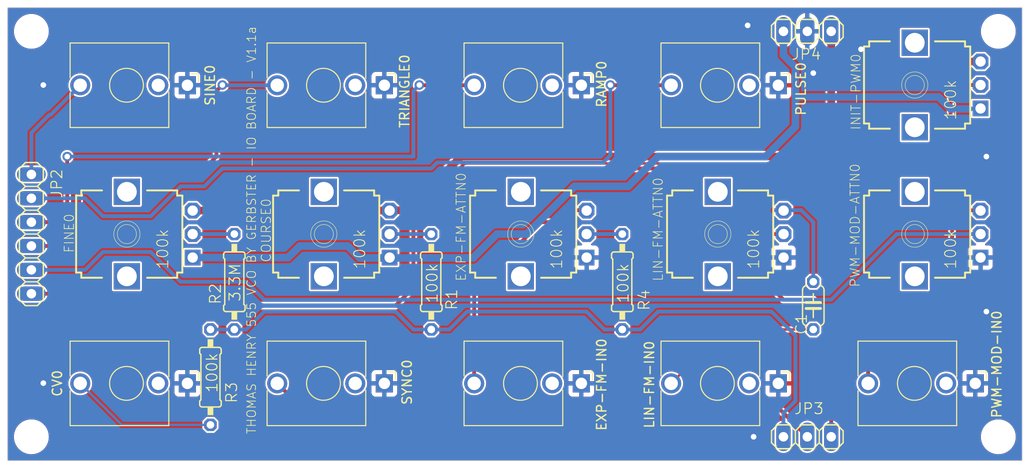
<source format=kicad_pcb>
(kicad_pcb (version 20211014) (generator pcbnew)
  (layers (0 "F.Cu" signal) (31 "B.Cu" signal) (34 "B.Paste" user) (35 "F.Paste" user) (36 "B.SilkS" user "B.Silkscreen") (37 "F.SilkS" user "F.Silkscreen") (38 "B.Mask" user) (39 "F.Mask" user) (44 "Edge.Cuts" user))
  (net 0 "")
  (net 1 "GND")
  (net 2 "EXP-FM")
  (net 3 "EXP-FM-ATTN")
  (net 4 "+12V")
  (net 5 "-12V")
  (net 6 "FINE")
  (net 7 "COARSE")
  (net 8 "TRI-OUT")
  (net 9 "N$6")
  (net 10 "N$8")
  (net 11 "SINE-OUT")
  (net 12 "PULSE-OUT")
  (net 13 "1V/OCT")
  (net 14 "HARD-SYNC")
  (net 15 "RAMP-OUT")
  (net 16 "PULSE-WIDTH")
  (net 17 "N$2")
  (net 18 "PWM-IN")
  (net 19 "MULTI-IN")
  (net 20 "LIN-FM")
  (footprint "mine:Jack_3.5mm_QingPu_WQP-PJ398SM_Eagle" (layer "F.Cu") (at 113.665 120.904 -90)
    (fp_text reference "CV0" (at 0 13.843 90) (layer "F.SilkS"))
    (fp_text value "PJ301BMPJ301BM")
    (pad "GND1" thru_hole rect (at 0 0 90) (size 1.93 1.83) (drill 1.22) (layers *.Cu *.Mask) (net 1 "GND"))
    (pad "SWITCH" thru_hole circle (at 0 3.1 90) (size 2.13 2.13) (drill 1.42) (layers *.Cu *.Mask))
    (pad "TIP" thru_hole circle (at 0 11.4 90) (size 2.13 2.13) (drill 1.43) (layers *.Cu *.Mask) (net 13 "1V/OCT"))
    (zone (net 0) (net_name "") (layer "F.Cu") (connect_pads (clearance 0)) (min_thickness 0.254)
      (keepout (tracks not_allowed) (vias not_allowed) (pads not_allowed) (copperpour not_allowed) (footprints not_allowed))
      (fill (thermal_gap 0.508) (thermal_bridge_width 0.508))
      (polygon (pts (xy 107.185 122.409141) (xy 107.430829 122.38893) (xy 107.670055 122.328841) (xy 107.896256 122.230486) (xy 108.103355 122.096508) (xy 108.28579 121.930504) (xy 108.438664 121.736932) (xy 108.557869 121.520992) (xy 108.640206 121.288482) (xy 108.683461 121.045646) (xy 108.686475 120.799007) (xy 108.649165 120.555187) (xy 108.572534 120.320734) (xy 108.45864 120.101946) (xy 108.310542 119.904697) (xy 108.132216 119.734286) (xy 107.928452 119.595288) (xy 107.704722 119.491436) (xy 107.467035 119.425519) (xy 107.221774 119.399308) (xy 106.975525 119.413507) (xy 106.734901 119.467734) (xy 106.506366 119.560532) (xy 106.296055 119.689411) (xy 106.109618 119.850908) (xy 105.952061 120.040687) (xy 105.827615 120.25365) (xy 105.739623 120.484079) (xy 105.690447 120.725785) (xy 105.681408 120.972278) (xy 105.71275 121.216936) (xy 105.78363 121.453191) (xy 105.892144 121.674697) (xy 106.035379 121.875505) (xy 106.209488 122.050223) (xy 106.409795 122.194158) (xy 106.630921 122.303445) (xy 106.866926 122.375149) (xy 107.111474 122.407344)))
    )
  )
  (footprint "" (layer "F.Cu") (at 199.9361 126.5936)
    (fp_text reference "@HOLE2" hide)
    (fp_text value "" (at 0 0) (layer "F.SilkS") (effects (font (size 1.27 1.27))))
    (pad "" np_thru_hole circle (at 0 0) (size 3.2131 3.2131) (drill 3.2131) (layers *.Cu *.Mask))
  )
  (footprint "" (layer "F.Cu") (at 97.0661 126.5936)
    (fp_text reference "@HOLE1" hide)
    (fp_text value "" (at 0 0) (layer "F.SilkS") (effects (font (size 1.27 1.27))))
    (pad "" np_thru_hole circle (at 0 0) (size 3.2131 3.2131) (drill 3.2131) (layers *.Cu *.Mask))
  )
  (footprint "ioboard:EVUF" (layer "F.Cu") (at 191.0461 89.1286 90)
    (fp_text reference "INIT-PWM0" (at -4.8514 -6.2611 90) (layer "F.SilkS") (effects (font (size 0.988284 0.988284) (thickness 0.078516)) (justify left)))
    (fp_text value "100k" (at -3.81 3.81 90) (layer "F.SilkS") (effects (font (size 1.176528 1.176528) (thickness 0.093472)) (justify left)))
    (pad "1" thru_hole rect (at -2.5 7) (size 1.6764 1.6764) (drill 1.1) (layers *.Cu *.Mask) (net 5 "-12V"))
    (pad "2" thru_hole roundrect (at 0 7) (size 1.6764 1.6764) (drill 1.1) (layers *.Cu *.Mask) (chamfer_ratio 0.25) (chamfer top_left top_right bottom_left bottom_right) (net 16 "PULSE-WIDTH"))
    (pad "3" thru_hole roundrect (at 2.5 7) (size 1.6764 1.6764) (drill 1.1) (layers *.Cu *.Mask) (chamfer_ratio 0.25) (chamfer top_left top_right bottom_left bottom_right) (net 4 "+12V"))
    (pad "M1" thru_hole rect (at 4.5 0) (size 2.8 2.8) (drill 2.1) (layers *.Cu *.Mask))
    (pad "M2" thru_hole rect (at -4.5 0) (size 2.8 2.8) (drill 2.1) (layers *.Cu *.Mask))
  )
  (footprint "ioboard:EVUF" (layer "F.Cu") (at 149.1361 105.0036 90)
    (fp_text reference "EXP-FM-ATTN0" (at -5.08 -6.35 90) (layer "F.SilkS") (effects (font (size 0.988284 0.988284) (thickness 0.078516)) (justify left)))
    (fp_text value "100k" (at -3.81 3.81 90) (layer "F.SilkS") (effects (font (size 1.176528 1.176528) (thickness 0.093472)) (justify left)))
    (pad "1" thru_hole rect (at -2.5 7) (size 1.6764 1.6764) (drill 1.1) (layers *.Cu *.Mask) (net 1 "GND"))
    (pad "2" thru_hole roundrect (at 0 7) (size 1.6764 1.6764) (drill 1.1) (layers *.Cu *.Mask) (chamfer_ratio 0.25) (chamfer top_left top_right bottom_left bottom_right) (net 3 "EXP-FM-ATTN"))
    (pad "3" thru_hole roundrect (at 2.5 7) (size 1.6764 1.6764) (drill 1.1) (layers *.Cu *.Mask) (chamfer_ratio 0.25) (chamfer top_left top_right bottom_left bottom_right) (net 2 "EXP-FM"))
    (pad "M1" thru_hole rect (at 4.5 0) (size 2.8 2.8) (drill 2.1) (layers *.Cu *.Mask))
    (pad "M2" thru_hole rect (at -4.5 0) (size 2.8 2.8) (drill 2.1) (layers *.Cu *.Mask))
  )
  (footprint "mine:Jack_3.5mm_QingPu_WQP-PJ398SM_Eagle" (layer "F.Cu") (at 155.575 89.154 -90)
    (fp_text reference "RAMP0" (at -0.127 -2.159 90) (layer "F.SilkS"))
    (fp_text value "PJ301BMPJ301BM")
    (pad "GND1" thru_hole rect (at 0 0 90) (size 1.93 1.83) (drill 1.22) (layers *.Cu *.Mask) (net 1 "GND"))
    (pad "SWITCH" thru_hole circle (at 0 3.1 90) (size 2.13 2.13) (drill 1.42) (layers *.Cu *.Mask))
    (pad "TIP" thru_hole circle (at 0 11.4 90) (size 2.13 2.13) (drill 1.43) (layers *.Cu *.Mask) (net 15 "RAMP-OUT"))
    (zone (net 0) (net_name "") (layer "F.Cu") (connect_pads (clearance 0)) (min_thickness 0.254)
      (keepout (tracks not_allowed) (vias not_allowed) (pads not_allowed) (copperpour not_allowed) (footprints not_allowed))
      (fill (thermal_gap 0.508) (thermal_bridge_width 0.508))
      (polygon (pts (xy 149.095 90.659141) (xy 149.340829 90.63893) (xy 149.580055 90.578841) (xy 149.806256 90.480486) (xy 150.013355 90.346508) (xy 150.19579 90.180504) (xy 150.348664 89.986932) (xy 150.467869 89.770992) (xy 150.550206 89.538482) (xy 150.593461 89.295646) (xy 150.596475 89.049007) (xy 150.559165 88.805187) (xy 150.482534 88.570734) (xy 150.36864 88.351946) (xy 150.220542 88.154697) (xy 150.042216 87.984286) (xy 149.838452 87.845288) (xy 149.614722 87.741436) (xy 149.377035 87.675519) (xy 149.131774 87.649308) (xy 148.885525 87.663507) (xy 148.644901 87.717734) (xy 148.416366 87.810532) (xy 148.206055 87.939411) (xy 148.019618 88.100908) (xy 147.862061 88.290687) (xy 147.737615 88.50365) (xy 147.649623 88.734079) (xy 147.600447 88.975785) (xy 147.591408 89.222278) (xy 147.62275 89.466936) (xy 147.69363 89.703191) (xy 147.802144 89.924697) (xy 147.945379 90.125505) (xy 148.119488 90.300223) (xy 148.319795 90.444158) (xy 148.540921 90.553445) (xy 148.776926 90.625149) (xy 149.021474 90.657344)))
    )
  )
  (footprint "ioboard:1X06" (layer "F.Cu") (at 97.0661 105.0036 -90)
    (fp_text reference "JP2" (at -7.0104 -2.7051 90) (layer "F.SilkS") (effects (font (size 1.1557 1.1557) (thickness 0.1143)) (justify right)))
    (fp_text value "")
    (pad "1" thru_hole oval (at -6.35 0) (size 3.048 1.524) (drill 1.016) (layers *.Cu *.Mask) (net 11 "SINE-OUT"))
    (pad "2" thru_hole oval (at -3.81 0) (size 3.048 1.524) (drill 1.016) (layers *.Cu *.Mask) (net 12 "PULSE-OUT"))
    (pad "3" thru_hole oval (at -1.27 0) (size 3.048 1.524) (drill 1.016) (layers *.Cu *.Mask) (net 15 "RAMP-OUT"))
    (pad "4" thru_hole oval (at 1.27 0) (size 3.048 1.524) (drill 1.016) (layers *.Cu *.Mask) (net 8 "TRI-OUT"))
    (pad "5" thru_hole oval (at 3.81 0) (size 3.048 1.524) (drill 1.016) (layers *.Cu *.Mask) (net 18 "PWM-IN"))
    (pad "6" thru_hole oval (at 6.35 0) (size 3.048 1.524) (drill 1.016) (layers *.Cu *.Mask) (net 16 "PULSE-WIDTH"))
  )
  (footprint "mine:Jack_3.5mm_QingPu_WQP-PJ398SM_Eagle" (layer "F.Cu") (at 197.485 120.904 -90)
    (fp_text reference "PWM-MOD-IN0" (at -2.032 -2.286 90) (layer "F.SilkS"))
    (fp_text value "PJ301BMPJ301BM")
    (pad "GND1" thru_hole rect (at 0 0 90) (size 1.93 1.83) (drill 1.22) (layers *.Cu *.Mask) (net 1 "GND"))
    (pad "SWITCH" thru_hole circle (at 0 3.1 90) (size 2.13 2.13) (drill 1.42) (layers *.Cu *.Mask))
    (pad "TIP" thru_hole circle (at 0 11.4 90) (size 2.13 2.13) (drill 1.43) (layers *.Cu *.Mask) (net 17 "N$2"))
    (zone (net 0) (net_name "") (layer "F.Cu") (connect_pads (clearance 0)) (min_thickness 0.254)
      (keepout (tracks not_allowed) (vias not_allowed) (pads not_allowed) (copperpour not_allowed) (footprints not_allowed))
      (fill (thermal_gap 0.508) (thermal_bridge_width 0.508))
      (polygon (pts (xy 191.005 122.409141) (xy 191.250829 122.38893) (xy 191.490055 122.328841) (xy 191.716256 122.230486) (xy 191.923355 122.096508) (xy 192.10579 121.930504) (xy 192.258664 121.736932) (xy 192.377869 121.520992) (xy 192.460206 121.288482) (xy 192.503461 121.045646) (xy 192.506475 120.799007) (xy 192.469165 120.555187) (xy 192.392534 120.320734) (xy 192.27864 120.101946) (xy 192.130542 119.904697) (xy 191.952216 119.734286) (xy 191.748452 119.595288) (xy 191.524722 119.491436) (xy 191.287035 119.425519) (xy 191.041774 119.399308) (xy 190.795525 119.413507) (xy 190.554901 119.467734) (xy 190.326366 119.560532) (xy 190.116055 119.689411) (xy 189.929618 119.850908) (xy 189.772061 120.040687) (xy 189.647615 120.25365) (xy 189.559623 120.484079) (xy 189.510447 120.725785) (xy 189.501408 120.972278) (xy 189.53275 121.216936) (xy 189.60363 121.453191) (xy 189.712144 121.674697) (xy 189.855379 121.875505) (xy 190.029488 122.050223) (xy 190.229795 122.194158) (xy 190.450921 122.303445) (xy 190.686926 122.375149) (xy 190.931474 122.407344)))
    )
  )
  (footprint "ioboard:0207_10" (layer "F.Cu") (at 139.6111 110.0836 -90)
    (fp_text reference "R1" (at 3.0988 -2.1717 90) (layer "F.SilkS") (effects (font (size 1.1557 1.1557) (thickness 0.1143)) (justify left)))
    (fp_text value "100k" (at -2.032 -0.0889 90) (layer "F.SilkS") (effects (font (size 1.1557 1.1557) (thickness 0.1143)) (justify right)))
    (pad "1" thru_hole roundrect (at -5.08 0 270) (size 1.3208 1.3208) (drill 0.8128) (layers *.Cu *.Mask) (chamfer_ratio 0.25) (chamfer top_left top_right bottom_left bottom_right) (net 7 "COARSE"))
    (pad "2" thru_hole roundrect (at 5.08 0 270) (size 1.3208 1.3208) (drill 0.8128) (layers *.Cu *.Mask) (chamfer_ratio 0.25) (chamfer top_left top_right bottom_left bottom_right) (net 19 "MULTI-IN"))
  )
  (footprint "ioboard:C050-024X044" (layer "F.Cu") (at 180.2511 112.6236 90)
    (fp_text reference "C1" (at -3.175 -1.27 90) (layer "F.SilkS") (effects (font (size 1.1557 1.1557) (thickness 0.1143)) (justify left)))
    (fp_text value ".22uf")
    (pad "1" thru_hole roundrect (at -2.54 0 90) (size 1.3208 1.3208) (drill 0.8128) (layers *.Cu *.Mask) (chamfer_ratio 0.25) (chamfer top_left top_right bottom_left bottom_right) (net 10 "N$8"))
    (pad "2" thru_hole roundrect (at 2.54 0 90) (size 1.3208 1.3208) (drill 0.8128) (layers *.Cu *.Mask) (chamfer_ratio 0.25) (chamfer top_left top_right bottom_left bottom_right) (net 9 "N$6"))
  )
  (footprint "" (layer "F.Cu") (at 97.0661 83.4136)
    (fp_text reference "@HOLE0" hide)
    (fp_text value "" (at 0 0) (layer "F.SilkS") (effects (font (size 1.27 1.27))))
    (pad "" np_thru_hole circle (at 0 0) (size 3.2131 3.2131) (drill 3.2131) (layers *.Cu *.Mask))
  )
  (footprint "ioboard:0207_10" (layer "F.Cu") (at 118.6561 110.0836 -90)
    (fp_text reference "R2" (at 2.4892 2.0193 90) (layer "F.SilkS") (effects (font (size 1.1557 1.1557) (thickness 0.1143)) (justify left)))
    (fp_text value "3.3M" (at -2.032 -0.0635 90) (layer "F.SilkS") (effects (font (size 1.1557 1.1557) (thickness 0.1143)) (justify right)))
    (pad "1" thru_hole roundrect (at -5.08 0 270) (size 1.3208 1.3208) (drill 0.8128) (layers *.Cu *.Mask) (chamfer_ratio 0.25) (chamfer top_left top_right bottom_left bottom_right) (net 6 "FINE"))
    (pad "2" thru_hole roundrect (at 5.08 0 270) (size 1.3208 1.3208) (drill 0.8128) (layers *.Cu *.Mask) (chamfer_ratio 0.25) (chamfer top_left top_right bottom_left bottom_right) (net 19 "MULTI-IN"))
  )
  (footprint "mine:Jack_3.5mm_QingPu_WQP-PJ398SM_Eagle" (layer "F.Cu") (at 176.53 120.904 -90)
    (fp_text reference "LIN-FM-IN0" (at 0.127 13.716 90) (layer "F.SilkS"))
    (fp_text value "PJ301BMPJ301BM")
    (pad "GND1" thru_hole rect (at 0 0 90) (size 1.93 1.83) (drill 1.22) (layers *.Cu *.Mask) (net 1 "GND"))
    (pad "SWITCH" thru_hole circle (at 0 3.1 90) (size 2.13 2.13) (drill 1.42) (layers *.Cu *.Mask))
    (pad "TIP" thru_hole circle (at 0 11.4 90) (size 2.13 2.13) (drill 1.43) (layers *.Cu *.Mask) (net 10 "N$8"))
    (zone (net 0) (net_name "") (layer "F.Cu") (connect_pads (clearance 0)) (min_thickness 0.254)
      (keepout (tracks not_allowed) (vias not_allowed) (pads not_allowed) (copperpour not_allowed) (footprints not_allowed))
      (fill (thermal_gap 0.508) (thermal_bridge_width 0.508))
      (polygon (pts (xy 170.05 122.409141) (xy 170.295829 122.38893) (xy 170.535055 122.328841) (xy 170.761256 122.230486) (xy 170.968355 122.096508) (xy 171.15079 121.930504) (xy 171.303664 121.736932) (xy 171.422869 121.520992) (xy 171.505206 121.288482) (xy 171.548461 121.045646) (xy 171.551475 120.799007) (xy 171.514165 120.555187) (xy 171.437534 120.320734) (xy 171.32364 120.101946) (xy 171.175542 119.904697) (xy 170.997216 119.734286) (xy 170.793452 119.595288) (xy 170.569722 119.491436) (xy 170.332035 119.425519) (xy 170.086774 119.399308) (xy 169.840525 119.413507) (xy 169.599901 119.467734) (xy 169.371366 119.560532) (xy 169.161055 119.689411) (xy 168.974618 119.850908) (xy 168.817061 120.040687) (xy 168.692615 120.25365) (xy 168.604623 120.484079) (xy 168.555447 120.725785) (xy 168.546408 120.972278) (xy 168.57775 121.216936) (xy 168.64863 121.453191) (xy 168.757144 121.674697) (xy 168.900379 121.875505) (xy 169.074488 122.050223) (xy 169.274795 122.194158) (xy 169.495921 122.303445) (xy 169.731926 122.375149) (xy 169.976474 122.407344)))
    )
  )
  (footprint "mine:Jack_3.5mm_QingPu_WQP-PJ398SM_Eagle" (layer "F.Cu") (at 134.62 120.904 -90)
    (fp_text reference "SYNC0" (at -0.127 -2.413 90) (layer "F.SilkS"))
    (fp_text value "PJ301BMPJ301BM")
    (pad "GND1" thru_hole rect (at 0 0 90) (size 1.93 1.83) (drill 1.22) (layers *.Cu *.Mask) (net 1 "GND"))
    (pad "SWITCH" thru_hole circle (at 0 3.1 90) (size 2.13 2.13) (drill 1.42) (layers *.Cu *.Mask))
    (pad "TIP" thru_hole circle (at 0 11.4 90) (size 2.13 2.13) (drill 1.43) (layers *.Cu *.Mask) (net 14 "HARD-SYNC"))
    (zone (net 0) (net_name "") (layer "F.Cu") (connect_pads (clearance 0)) (min_thickness 0.254)
      (keepout (tracks not_allowed) (vias not_allowed) (pads not_allowed) (copperpour not_allowed) (footprints not_allowed))
      (fill (thermal_gap 0.508) (thermal_bridge_width 0.508))
      (polygon (pts (xy 128.14 122.409141) (xy 128.385829 122.38893) (xy 128.625055 122.328841) (xy 128.851256 122.230486) (xy 129.058355 122.096508) (xy 129.24079 121.930504) (xy 129.393664 121.736932) (xy 129.512869 121.520992) (xy 129.595206 121.288482) (xy 129.638461 121.045646) (xy 129.641475 120.799007) (xy 129.604165 120.555187) (xy 129.527534 120.320734) (xy 129.41364 120.101946) (xy 129.265542 119.904697) (xy 129.087216 119.734286) (xy 128.883452 119.595288) (xy 128.659722 119.491436) (xy 128.422035 119.425519) (xy 128.176774 119.399308) (xy 127.930525 119.413507) (xy 127.689901 119.467734) (xy 127.461366 119.560532) (xy 127.251055 119.689411) (xy 127.064618 119.850908) (xy 126.907061 120.040687) (xy 126.782615 120.25365) (xy 126.694623 120.484079) (xy 126.645447 120.725785) (xy 126.636408 120.972278) (xy 126.66775 121.216936) (xy 126.73863 121.453191) (xy 126.847144 121.674697) (xy 126.990379 121.875505) (xy 127.164488 122.050223) (xy 127.364795 122.194158) (xy 127.585921 122.303445) (xy 127.821926 122.375149) (xy 128.066474 122.407344)))
    )
  )
  (footprint "ioboard:0207_10" (layer "F.Cu") (at 159.9311 110.0836 -90)
    (fp_text reference "R4" (at 3.1496 -2.3241 90) (layer "F.SilkS") (effects (font (size 1.1557 1.1557) (thickness 0.1143)) (justify left)))
    (fp_text value "100k" (at -2.032 -0.0889 90) (layer "F.SilkS") (effects (font (size 1.1557 1.1557) (thickness 0.1143)) (justify right)))
    (pad "1" thru_hole roundrect (at -5.08 0 270) (size 1.3208 1.3208) (drill 0.8128) (layers *.Cu *.Mask) (chamfer_ratio 0.25) (chamfer top_left top_right bottom_left bottom_right) (net 3 "EXP-FM-ATTN"))
    (pad "2" thru_hole roundrect (at 5.08 0 270) (size 1.3208 1.3208) (drill 0.8128) (layers *.Cu *.Mask) (chamfer_ratio 0.25) (chamfer top_left top_right bottom_left bottom_right) (net 19 "MULTI-IN"))
  )
  (footprint "ioboard:1X03" (layer "F.Cu") (at 179.6161 83.4136 180)
    (fp_text reference "JP4" (at -1.5367 -2.4384) (layer "F.SilkS") (effects (font (size 1.1557 1.1557) (thickness 0.1143)) (justify right)))
    (fp_text value "")
    (pad "1" thru_hole oval (at -2.54 0 270) (size 3.048 1.524) (drill 1.016) (layers *.Cu *.Mask) (net 4 "+12V"))
    (pad "2" thru_hole oval (at 0 0 270) (size 3.048 1.524) (drill 1.016) (layers *.Cu *.Mask) (net 1 "GND"))
    (pad "3" thru_hole oval (at 2.54 0 270) (size 3.048 1.524) (drill 1.016) (layers *.Cu *.Mask) (net 5 "-12V"))
  )
  (footprint "ioboard:EVUF" (layer "F.Cu") (at 107.2261 105.0036 90)
    (fp_text reference "FINE0" (at -2.0574 -6.1341 90) (layer "F.SilkS") (effects (font (size 0.988284 0.988284) (thickness 0.078516)) (justify left)))
    (fp_text value "100k" (at -3.81 3.81 90) (layer "F.SilkS") (effects (font (size 1.176528 1.176528) (thickness 0.093472)) (justify left)))
    (pad "1" thru_hole rect (at -2.5 7) (size 1.6764 1.6764) (drill 1.1) (layers *.Cu *.Mask) (net 5 "-12V"))
    (pad "2" thru_hole roundrect (at 0 7) (size 1.6764 1.6764) (drill 1.1) (layers *.Cu *.Mask) (chamfer_ratio 0.25) (chamfer top_left top_right bottom_left bottom_right) (net 6 "FINE"))
    (pad "3" thru_hole roundrect (at 2.5 7) (size 1.6764 1.6764) (drill 1.1) (layers *.Cu *.Mask) (chamfer_ratio 0.25) (chamfer top_left top_right bottom_left bottom_right) (net 4 "+12V"))
    (pad "M1" thru_hole rect (at 4.5 0) (size 2.8 2.8) (drill 2.1) (layers *.Cu *.Mask))
    (pad "M2" thru_hole rect (at -4.5 0) (size 2.8 2.8) (drill 2.1) (layers *.Cu *.Mask))
  )
  (footprint "ioboard:0207_10" (layer "F.Cu") (at 116.1161 120.2436 90)
    (fp_text reference "R3" (at -2.8448 2.2479 90) (layer "F.SilkS") (effects (font (size 1.1557 1.1557) (thickness 0.1143)) (justify left)))
    (fp_text value "100k" (at -1.7272 0.1651 90) (layer "F.SilkS") (effects (font (size 1.1557 1.1557) (thickness 0.1143)) (justify left)))
    (pad "1" thru_hole roundrect (at -5.08 0 90) (size 1.3208 1.3208) (drill 0.8128) (layers *.Cu *.Mask) (chamfer_ratio 0.25) (chamfer top_left top_right bottom_left bottom_right) (net 13 "1V/OCT"))
    (pad "2" thru_hole roundrect (at 5.08 0 90) (size 1.3208 1.3208) (drill 0.8128) (layers *.Cu *.Mask) (chamfer_ratio 0.25) (chamfer top_left top_right bottom_left bottom_right) (net 19 "MULTI-IN"))
  )
  (footprint "ioboard:1X03" (layer "F.Cu") (at 179.6161 126.5936)
    (fp_text reference "JP3" (at -1.4605 -2.9972) (layer "F.SilkS") (effects (font (size 1.1557 1.1557) (thickness 0.1143)) (justify left)))
    (fp_text value "")
    (pad "1" thru_hole oval (at -2.54 0 90) (size 3.048 1.524) (drill 1.016) (layers *.Cu *.Mask) (net 19 "MULTI-IN"))
    (pad "2" thru_hole oval (at 0 0 90) (size 3.048 1.524) (drill 1.016) (layers *.Cu *.Mask) (net 14 "HARD-SYNC"))
    (pad "3" thru_hole oval (at 2.54 0 90) (size 3.048 1.524) (drill 1.016) (layers *.Cu *.Mask) (net 20 "LIN-FM"))
  )
  (footprint "mine:Jack_3.5mm_QingPu_WQP-PJ398SM_Eagle" (layer "F.Cu") (at 113.665 89.154 -90)
    (fp_text reference "SINE0" (at 0 -2.413 90) (layer "F.SilkS"))
    (fp_text value "PJ301BMPJ301BM")
    (pad "GND1" thru_hole rect (at 0 0 90) (size 1.93 1.83) (drill 1.22) (layers *.Cu *.Mask) (net 1 "GND"))
    (pad "SWITCH" thru_hole circle (at 0 3.1 90) (size 2.13 2.13) (drill 1.42) (layers *.Cu *.Mask))
    (pad "TIP" thru_hole circle (at 0 11.4 90) (size 2.13 2.13) (drill 1.43) (layers *.Cu *.Mask) (net 11 "SINE-OUT"))
    (zone (net 0) (net_name "") (layer "F.Cu") (connect_pads (clearance 0)) (min_thickness 0.254)
      (keepout (tracks not_allowed) (vias not_allowed) (pads not_allowed) (copperpour not_allowed) (footprints not_allowed))
      (fill (thermal_gap 0.508) (thermal_bridge_width 0.508))
      (polygon (pts (xy 107.185 90.659141) (xy 107.430829 90.63893) (xy 107.670055 90.578841) (xy 107.896256 90.480486) (xy 108.103355 90.346508) (xy 108.28579 90.180504) (xy 108.438664 89.986932) (xy 108.557869 89.770992) (xy 108.640206 89.538482) (xy 108.683461 89.295646) (xy 108.686475 89.049007) (xy 108.649165 88.805187) (xy 108.572534 88.570734) (xy 108.45864 88.351946) (xy 108.310542 88.154697) (xy 108.132216 87.984286) (xy 107.928452 87.845288) (xy 107.704722 87.741436) (xy 107.467035 87.675519) (xy 107.221774 87.649308) (xy 106.975525 87.663507) (xy 106.734901 87.717734) (xy 106.506366 87.810532) (xy 106.296055 87.939411) (xy 106.109618 88.100908) (xy 105.952061 88.290687) (xy 105.827615 88.50365) (xy 105.739623 88.734079) (xy 105.690447 88.975785) (xy 105.681408 89.222278) (xy 105.71275 89.466936) (xy 105.78363 89.703191) (xy 105.892144 89.924697) (xy 106.035379 90.125505) (xy 106.209488 90.300223) (xy 106.409795 90.444158) (xy 106.630921 90.553445) (xy 106.866926 90.625149) (xy 107.111474 90.657344)))
    )
  )
  (footprint "mine:Jack_3.5mm_QingPu_WQP-PJ398SM_Eagle" (layer "F.Cu") (at 176.53 89.154 -90)
    (fp_text reference "PULSE0" (at 0.381 -2.413 90) (layer "F.SilkS"))
    (fp_text value "PJ301BMPJ301BM")
    (pad "GND1" thru_hole rect (at 0 0 90) (size 1.93 1.83) (drill 1.22) (layers *.Cu *.Mask) (net 1 "GND"))
    (pad "SWITCH" thru_hole circle (at 0 3.1 90) (size 2.13 2.13) (drill 1.42) (layers *.Cu *.Mask))
    (pad "TIP" thru_hole circle (at 0 11.4 90) (size 2.13 2.13) (drill 1.43) (layers *.Cu *.Mask) (net 12 "PULSE-OUT"))
    (zone (net 0) (net_name "") (layer "F.Cu") (connect_pads (clearance 0)) (min_thickness 0.254)
      (keepout (tracks not_allowed) (vias not_allowed) (pads not_allowed) (copperpour not_allowed) (footprints not_allowed))
      (fill (thermal_gap 0.508) (thermal_bridge_width 0.508))
      (polygon (pts (xy 170.05 90.659141) (xy 170.295829 90.63893) (xy 170.535055 90.578841) (xy 170.761256 90.480486) (xy 170.968355 90.346508) (xy 171.15079 90.180504) (xy 171.303664 89.986932) (xy 171.422869 89.770992) (xy 171.505206 89.538482) (xy 171.548461 89.295646) (xy 171.551475 89.049007) (xy 171.514165 88.805187) (xy 171.437534 88.570734) (xy 171.32364 88.351946) (xy 171.175542 88.154697) (xy 170.997216 87.984286) (xy 170.793452 87.845288) (xy 170.569722 87.741436) (xy 170.332035 87.675519) (xy 170.086774 87.649308) (xy 169.840525 87.663507) (xy 169.599901 87.717734) (xy 169.371366 87.810532) (xy 169.161055 87.939411) (xy 168.974618 88.100908) (xy 168.817061 88.290687) (xy 168.692615 88.50365) (xy 168.604623 88.734079) (xy 168.555447 88.975785) (xy 168.546408 89.222278) (xy 168.57775 89.466936) (xy 168.64863 89.703191) (xy 168.757144 89.924697) (xy 168.900379 90.125505) (xy 169.074488 90.300223) (xy 169.274795 90.444158) (xy 169.495921 90.553445) (xy 169.731926 90.625149) (xy 169.976474 90.657344)))
    )
  )
  (footprint "mine:Jack_3.5mm_QingPu_WQP-PJ398SM_Eagle" (layer "F.Cu") (at 134.62 89.154 -90)
    (fp_text reference "TRIANGLE0" (at 0.635 -2.159 90) (layer "F.SilkS"))
    (fp_text value "PJ301BMPJ301BM")
    (pad "GND1" thru_hole rect (at 0 0 90) (size 1.93 1.83) (drill 1.22) (layers *.Cu *.Mask) (net 1 "GND"))
    (pad "SWITCH" thru_hole circle (at 0 3.1 90) (size 2.13 2.13) (drill 1.42) (layers *.Cu *.Mask))
    (pad "TIP" thru_hole circle (at 0 11.4 90) (size 2.13 2.13) (drill 1.43) (layers *.Cu *.Mask) (net 8 "TRI-OUT"))
    (zone (net 0) (net_name "") (layer "F.Cu") (connect_pads (clearance 0)) (min_thickness 0.254)
      (keepout (tracks not_allowed) (vias not_allowed) (pads not_allowed) (copperpour not_allowed) (footprints not_allowed))
      (fill (thermal_gap 0.508) (thermal_bridge_width 0.508))
      (polygon (pts (xy 128.14 90.659141) (xy 128.385829 90.63893) (xy 128.625055 90.578841) (xy 128.851256 90.480486) (xy 129.058355 90.346508) (xy 129.24079 90.180504) (xy 129.393664 89.986932) (xy 129.512869 89.770992) (xy 129.595206 89.538482) (xy 129.638461 89.295646) (xy 129.641475 89.049007) (xy 129.604165 88.805187) (xy 129.527534 88.570734) (xy 129.41364 88.351946) (xy 129.265542 88.154697) (xy 129.087216 87.984286) (xy 128.883452 87.845288) (xy 128.659722 87.741436) (xy 128.422035 87.675519) (xy 128.176774 87.649308) (xy 127.930525 87.663507) (xy 127.689901 87.717734) (xy 127.461366 87.810532) (xy 127.251055 87.939411) (xy 127.064618 88.100908) (xy 126.907061 88.290687) (xy 126.782615 88.50365) (xy 126.694623 88.734079) (xy 126.645447 88.975785) (xy 126.636408 89.222278) (xy 126.66775 89.466936) (xy 126.73863 89.703191) (xy 126.847144 89.924697) (xy 126.990379 90.125505) (xy 127.164488 90.300223) (xy 127.364795 90.444158) (xy 127.585921 90.553445) (xy 127.821926 90.625149) (xy 128.066474 90.657344)))
    )
  )
  (footprint "ioboard:EVUF" (layer "F.Cu") (at 191.0461 105.0036 90)
    (fp_text reference "PWM-MOD-ATTN0" (at -5.715 -6.35 90) (layer "F.SilkS") (effects (font (size 0.988284 0.988284) (thickness 0.078516)) (justify left)))
    (fp_text value "100k" (at -3.81 3.81 90) (layer "F.SilkS") (effects (font (size 1.176528 1.176528) (thickness 0.093472)) (justify left)))
    (pad "1" thru_hole rect (at -2.5 7) (size 1.6764 1.6764) (drill 1.1) (layers *.Cu *.Mask) (net 1 "GND"))
    (pad "2" thru_hole roundrect (at 0 7) (size 1.6764 1.6764) (drill 1.1) (layers *.Cu *.Mask) (chamfer_ratio 0.25) (chamfer top_left top_right bottom_left bottom_right) (net 18 "PWM-IN"))
    (pad "3" thru_hole roundrect (at 2.5 7) (size 1.6764 1.6764) (drill 1.1) (layers *.Cu *.Mask) (chamfer_ratio 0.25) (chamfer top_left top_right bottom_left bottom_right) (net 17 "N$2"))
    (pad "M1" thru_hole rect (at 4.5 0) (size 2.8 2.8) (drill 2.1) (layers *.Cu *.Mask))
    (pad "M2" thru_hole rect (at -4.5 0) (size 2.8 2.8) (drill 2.1) (layers *.Cu *.Mask))
  )
  (footprint "ioboard:EVUF" (layer "F.Cu") (at 170.0911 105.0036 90)
    (fp_text reference "LIN-FM-ATTN0" (at -5.08 -6.35 90) (layer "F.SilkS") (effects (font (size 0.988284 0.988284) (thickness 0.078516)) (justify left)))
    (fp_text value "100k" (at -3.81 3.81 90) (layer "F.SilkS") (effects (font (size 1.176528 1.176528) (thickness 0.093472)) (justify left)))
    (pad "1" thru_hole rect (at -2.5 7) (size 1.6764 1.6764) (drill 1.1) (layers *.Cu *.Mask) (net 1 "GND"))
    (pad "2" thru_hole roundrect (at 0 7) (size 1.6764 1.6764) (drill 1.1) (layers *.Cu *.Mask) (chamfer_ratio 0.25) (chamfer top_left top_right bottom_left bottom_right) (net 20 "LIN-FM"))
    (pad "3" thru_hole roundrect (at 2.5 7) (size 1.6764 1.6764) (drill 1.1) (layers *.Cu *.Mask) (chamfer_ratio 0.25) (chamfer top_left top_right bottom_left bottom_right) (net 9 "N$6"))
    (pad "M1" thru_hole rect (at 4.5 0) (size 2.8 2.8) (drill 2.1) (layers *.Cu *.Mask))
    (pad "M2" thru_hole rect (at -4.5 0) (size 2.8 2.8) (drill 2.1) (layers *.Cu *.Mask))
  )
  (footprint "mine:Jack_3.5mm_QingPu_WQP-PJ398SM_Eagle" (layer "F.Cu") (at 155.575 120.904 -90)
    (fp_text reference "EXP-FM-IN0" (at 0.127 -2.159 90) (layer "F.SilkS"))
    (fp_text value "PJ301BMPJ301BM")
    (pad "GND1" thru_hole rect (at 0 0 90) (size 1.93 1.83) (drill 1.22) (layers *.Cu *.Mask) (net 1 "GND"))
    (pad "SWITCH" thru_hole circle (at 0 3.1 90) (size 2.13 2.13) (drill 1.42) (layers *.Cu *.Mask))
    (pad "TIP" thru_hole circle (at 0 11.4 90) (size 2.13 2.13) (drill 1.43) (layers *.Cu *.Mask) (net 2 "EXP-FM"))
    (zone (net 0) (net_name "") (layer "F.Cu") (connect_pads (clearance 0)) (min_thickness 0.254)
      (keepout (tracks not_allowed) (vias not_allowed) (pads not_allowed) (copperpour not_allowed) (footprints not_allowed))
      (fill (thermal_gap 0.508) (thermal_bridge_width 0.508))
      (polygon (pts (xy 149.095 122.409141) (xy 149.340829 122.38893) (xy 149.580055 122.328841) (xy 149.806256 122.230486) (xy 150.013355 122.096508) (xy 150.19579 121.930504) (xy 150.348664 121.736932) (xy 150.467869 121.520992) (xy 150.550206 121.288482) (xy 150.593461 121.045646) (xy 150.596475 120.799007) (xy 150.559165 120.555187) (xy 150.482534 120.320734) (xy 150.36864 120.101946) (xy 150.220542 119.904697) (xy 150.042216 119.734286) (xy 149.838452 119.595288) (xy 149.614722 119.491436) (xy 149.377035 119.425519) (xy 149.131774 119.399308) (xy 148.885525 119.413507) (xy 148.644901 119.467734) (xy 148.416366 119.560532) (xy 148.206055 119.689411) (xy 148.019618 119.850908) (xy 147.862061 120.040687) (xy 147.737615 120.25365) (xy 147.649623 120.484079) (xy 147.600447 120.725785) (xy 147.591408 120.972278) (xy 147.62275 121.216936) (xy 147.69363 121.453191) (xy 147.802144 121.674697) (xy 147.945379 121.875505) (xy 148.119488 122.050223) (xy 148.319795 122.194158) (xy 148.540921 122.303445) (xy 148.776926 122.375149) (xy 149.021474 122.407344)))
    )
  )
  (footprint "ioboard:EVUF" (layer "F.Cu") (at 128.1811 105.0036 90)
    (fp_text reference "COURSE0" (at -3.0734 -6.1341 90) (layer "F.SilkS") (effects (font (size 0.988284 0.988284) (thickness 0.078516)) (justify left)))
    (fp_text value "100k" (at -3.81 3.81 90) (layer "F.SilkS") (effects (font (size 1.176528 1.176528) (thickness 0.093472)) (justify left)))
    (pad "1" thru_hole rect (at -2.5 7) (size 1.6764 1.6764) (drill 1.1) (layers *.Cu *.Mask) (net 5 "-12V"))
    (pad "2" thru_hole roundrect (at 0 7) (size 1.6764 1.6764) (drill 1.1) (layers *.Cu *.Mask) (chamfer_ratio 0.25) (chamfer top_left top_right bottom_left bottom_right) (net 7 "COARSE"))
    (pad "3" thru_hole roundrect (at 2.5 7) (size 1.6764 1.6764) (drill 1.1) (layers *.Cu *.Mask) (chamfer_ratio 0.25) (chamfer top_left top_right bottom_left bottom_right) (net 4 "+12V"))
    (pad "M1" thru_hole rect (at 4.5 0) (size 2.8 2.8) (drill 2.1) (layers *.Cu *.Mask))
    (pad "M2" thru_hole rect (at -4.5 0) (size 2.8 2.8) (drill 2.1) (layers *.Cu *.Mask))
  )
  (footprint "" (layer "F.Cu") (at 199.9361 83.4136)
    (fp_text reference "@HOLE3" hide)
    (fp_text value "" (at 0 0) (layer "F.SilkS") (effects (font (size 1.27 1.27))))
    (pad "" np_thru_hole circle (at 0 0) (size 3.2131 3.2131) (drill 3.2131) (layers *.Cu *.Mask))
  )
  (gr_line (start 94.5261 129.1336) (end 202.4761 129.1336) (layer "Edge.Cuts") (width 0.05))
  (gr_line (start 94.5261 80.8736) (end 94.5261 129.1336) (layer "Edge.Cuts") (width 0.05))
  (gr_line (start 202.4761 129.1336) (end 202.4761 80.8736) (layer "Edge.Cuts") (width 0.05))
  (gr_line (start 202.4761 80.8736) (end 94.5261 80.8736) (layer "Edge.Cuts") (width 0.05))
  (gr_text "THOMAS HENRY 555 VCO BY GERBSTER - IO BOARD - V1.1a" (at 121.031 126.365 90) (layer "F.SilkS") (effects (font (size 0.93472 0.93472) (thickness 0.08128)) (justify left bottom)))
  (via (at 98.3361 120.8786) (size 1.0064) (drill 0.6) (layers "F.Cu" "B.Cu") (net 1))
  (via (at 173.2661 82.7786) (size 1.0064) (drill 0.6) (layers "F.Cu" "B.Cu") (net 1))
  (via (at 198.6661 96.7486) (size 1.0064) (drill 0.6) (layers "F.Cu" "B.Cu") (net 1))
  (via (at 98.3361 89.1286) (size 1.0064) (drill 0.6) (layers "F.Cu" "B.Cu") (net 1))
  (via (at 180.2511 87.8586) (size 1.0064) (drill 0.6) (layers "F.Cu" "B.Cu") (net 1))
  (via (at 173.9011 126.5936) (size 1.0064) (drill 0.6) (layers "F.Cu" "B.Cu") (net 1))
  (via (at 198.6661 113.2586) (size 1.0064) (drill 0.6) (layers "F.Cu" "B.Cu") (net 1))
  (via (at 185.3311 85.3186) (size 1.0064) (drill 0.6) (layers "F.Cu" "B.Cu") (net 1))
  (segment (start 152.9461 103.7336) (end 151.294278 103.7336) (width 0.4064) (layer "F.Cu") (net 2))
  (segment (start 144.175 110.852878) (end 144.175 120.904) (width 0.4064) (layer "F.Cu") (net 2))
  (segment (start 151.294278 103.7336) (end 144.175 110.852878) (width 0.4064) (layer "F.Cu") (net 2))
  (segment (start 155.5011 102.4636) (end 156.1361 102.5036) (width 0.4064) (layer "F.Cu") (net 2))
  (segment (start 152.9461 103.7336) (end 154.2161 102.4636) (width 0.4064) (layer "F.Cu") (net 2))
  (segment (start 154.2161 102.4636) (end 155.5011 102.4636) (width 0.4064) (layer "F.Cu") (net 2))
  (segment (start 159.9311 105.0036) (end 156.1361 105.0036) (width 0.4064) (layer "B.Cu") (net 3))
  (segment (start 193.5861 87.8586) (end 182.1561 87.8586) (width 0.8128) (layer "F.Cu") (net 4))
  (segment (start 131.9911 102.5036) (end 132.6261 102.5036) (width 0.8128) (layer "F.Cu") (net 4))
  (segment (start 182.1561 87.8586) (end 182.1561 83.4136) (width 0.8128) (layer "F.Cu") (net 4))
  (segment (start 142.7861 96.7486) (end 179.6161 96.7486) (width 0.8128) (layer "F.Cu") (net 4))
  (segment (start 124.3711 102.4636) (end 125.6411 103.7736) (width 0.8128) (layer "F.Cu") (net 4))
  (segment (start 125.6411 103.7736) (end 130.7211 103.7336) (width 0.8128) (layer "F.Cu") (net 4))
  (segment (start 137.0711 102.4636) (end 142.7861 96.7486) (width 0.8128) (layer "F.Cu") (net 4))
  (segment (start 179.6161 96.7486) (end 182.1561 94.2086) (width 0.8128) (layer "F.Cu") (net 4))
  (segment (start 130.7211 103.7336) (end 131.9911 102.5036) (width 0.8128) (layer "F.Cu") (net 4))
  (segment (start 194.8561 86.5886) (end 193.5861 87.8586) (width 0.8128) (layer "F.Cu") (net 4))
  (segment (start 182.1561 94.2086) (end 182.1561 87.8586) (width 0.8128) (layer "F.Cu") (net 4))
  (segment (start 198.0461 86.6286) (end 196.7611 86.6286) (width 0.8128) (layer "F.Cu") (net 4))
  (segment (start 196.7611 86.5886) (end 194.8561 86.5886) (width 0.8128) (layer "F.Cu") (net 4))
  (segment (start 196.7611 86.6286) (end 196.7611 86.5886) (width 0.8128) (layer "F.Cu") (net 4))
  (segment (start 114.2261 102.5036) (end 124.3711 102.4636) (width 0.8128) (layer "F.Cu") (net 4))
  (segment (start 135.1811 102.5036) (end 132.6261 102.5036) (width 0.8128) (layer "F.Cu") (net 4))
  (segment (start 132.6261 102.5036) (end 137.0711 102.4636) (width 0.8128) (layer "F.Cu") (net 4))
  (segment (start 177.0761 85.9536) (end 178.3461 87.2236) (width 0.8128) (layer "B.Cu") (net 5))
  (segment (start 196.7761 91.6686) (end 198.0461 91.6286) (width 0.4064) (layer "B.Cu") (net 5))
  (segment (start 178.3461 90.3986) (end 193.5861 90.3986) (width 0.8128) (layer "B.Cu") (net 5))
  (segment (start 124.3711 107.5036) (end 125.6411 106.2736) (width 0.8128) (layer "B.Cu") (net 5))
  (segment (start 146.5961 105.0036) (end 144.0561 107.5436) (width 0.8128) (layer "B.Cu") (net 5))
  (segment (start 149.7711 105.0036) (end 146.5961 105.0036) (width 0.8128) (layer "B.Cu") (net 5))
  (segment (start 178.3461 93.5736) (end 175.1711 96.7486) (width 0.8128) (layer "B.Cu") (net 5))
  (segment (start 178.3461 87.2236) (end 178.3461 90.3986) (width 0.8128) (layer "B.Cu") (net 5))
  (segment (start 160.5661 99.9236) (end 154.8511 99.9236) (width 0.8128) (layer "B.Cu") (net 5))
  (segment (start 154.8511 99.9236) (end 149.7711 105.0036) (width 0.8128) (layer "B.Cu") (net 5))
  (segment (start 131.9911 107.5436) (end 134.8636 107.5436) (width 0.8128) (layer "B.Cu") (net 5))
  (segment (start 193.5861 90.3986) (end 194.8561 91.6686) (width 0.8128) (layer "B.Cu") (net 5))
  (segment (start 144.0561 107.5436) (end 134.8636 107.5436) (width 0.8128) (layer "B.Cu") (net 5))
  (segment (start 125.6411 106.2736) (end 130.7211 106.2736) (width 0.8128) (layer "B.Cu") (net 5))
  (segment (start 114.2261 107.5036) (end 124.3711 107.5036) (width 0.8128) (layer "B.Cu") (net 5))
  (segment (start 134.8636 107.5436) (end 135.1811 107.5036) (width 0.4064) (layer "B.Cu") (net 5))
  (segment (start 175.1711 96.7486) (end 163.7411 96.7486) (width 0.8128) (layer "B.Cu") (net 5))
  (segment (start 177.0761 83.4136) (end 177.0761 85.9536) (width 0.8128) (layer "B.Cu") (net 5))
  (segment (start 130.7211 106.2736) (end 131.9911 107.5436) (width 0.8128) (layer "B.Cu") (net 5))
  (segment (start 163.7411 96.7486) (end 160.5661 99.9236) (width 0.8128) (layer "B.Cu") (net 5))
  (segment (start 178.3461 90.3986) (end 178.3461 93.5736) (width 0.8128) (layer "B.Cu") (net 5))
  (segment (start 194.8561 91.6686) (end 196.7761 91.6686) (width 0.8128) (layer "B.Cu") (net 5))
  (segment (start 118.6561 105.0036) (end 114.2261 105.0036) (width 0.4064) (layer "B.Cu") (net 6))
  (segment (start 135.1811 105.0036) (end 139.6111 105.0036) (width 0.4064) (layer "B.Cu") (net 7))
  (segment (start 115.4811 98.0186) (end 103.4161 98.0186) (width 0.4064) (layer "F.Cu") (net 8))
  (segment (start 116.7511 96.7486) (end 115.4811 98.0186) (width 0.4064) (layer "F.Cu") (net 8))
  (segment (start 103.4161 98.0186) (end 102.1461 99.2886) (width 0.4064) (layer "F.Cu") (net 8))
  (segment (start 99.6061 106.2736) (end 97.0661 106.2736) (width 0.4064) (layer "F.Cu") (net 8))
  (segment (start 102.1461 103.7336) (end 99.6061 106.2736) (width 0.4064) (layer "F.Cu") (net 8))
  (segment (start 102.1461 99.2886) (end 102.1461 103.7336) (width 0.4064) (layer "F.Cu") (net 8))
  (segment (start 116.7511 96.7486) (end 116.7511 89.7636) (width 0.4064) (layer "F.Cu") (net 8))
  (segment (start 116.7511 89.7636) (end 117.3861 89.1286) (width 0.4064) (layer "F.Cu") (net 8))
  (via (at 117.3861 89.1286) (size 1.0064) (drill 0.6) (layers "F.Cu" "B.Cu") (net 8))
  (segment (start 117.4115 89.154) (end 123.22 89.154) (width 0.4064) (layer "B.Cu") (net 8))
  (segment (start 117.3861 89.1286) (end 117.4115 89.154) (width 0.4064) (layer "B.Cu") (net 8))
  (segment (start 180.2511 103.7336) (end 178.9811 102.4636) (width 0.4064) (layer "B.Cu") (net 9))
  (segment (start 180.2511 110.0836) (end 180.2511 103.7336) (width 0.4064) (layer "B.Cu") (net 9))
  (segment (start 178.9811 102.4636) (end 176.1386 102.4636) (width 0.4064) (layer "B.Cu") (net 9))
  (segment (start 176.1386 102.4636) (end 177.0911 102.5036) (width 0.4064) (layer "B.Cu") (net 9))
  (segment (start 170.8704 115.1636) (end 180.2511 115.1636) (width 0.25) (layer "F.Cu") (net 10))
  (segment (start 165.13 120.904) (end 170.8704 115.1636) (width 0.25) (layer "F.Cu") (net 10))
  (segment (start 98.9711 92.3036) (end 99.1154 92.3036) (width 0.4064) (layer "B.Cu") (net 11))
  (segment (start 99.1154 92.3036) (end 102.265 89.154) (width 0.4064) (layer "B.Cu") (net 11))
  (segment (start 98.9711 92.3036) (end 97.0661 94.2086) (width 0.4064) (layer "B.Cu") (net 11))
  (segment (start 97.0661 94.2086) (end 97.0661 98.6536) (width 0.4064) (layer "B.Cu") (net 11))
  (segment (start 158.6865 89.154) (end 165.13 89.154) (width 0.4064) (layer "F.Cu") (net 12))
  (segment (start 158.6611 89.1286) (end 158.6865 89.154) (width 0.4064) (layer "F.Cu") (net 12))
  (via (at 158.6611 89.1286) (size 1.0064) (drill 0.6) (layers "F.Cu" "B.Cu") (net 12))
  (segment (start 140.2461 97.3836) (end 157.8864 97.3836) (width 0.4064) (layer "B.Cu") (net 12))
  (segment (start 117.3861 98.0186) (end 139.6111 98.0186) (width 0.4064) (layer "B.Cu") (net 12))
  (segment (start 157.8864 97.3836) (end 158.6611 96.6089) (width 0.4064) (layer "B.Cu") (net 12))
  (segment (start 115.4811 99.9236) (end 117.3861 98.0186) (width 0.4064) (layer "B.Cu") (net 12))
  (segment (start 139.6111 98.0186) (end 140.2461 97.3836) (width 0.4064) (layer "B.Cu") (net 12))
  (segment (start 97.0661 101.1936) (end 102.7811 101.1936) (width 0.4064) (layer "B.Cu") (net 12))
  (segment (start 112.9411 99.9236) (end 115.4811 99.9236) (width 0.4064) (layer "B.Cu") (net 12))
  (segment (start 109.7661 103.0986) (end 112.9411 99.9236) (width 0.4064) (layer "B.Cu") (net 12))
  (segment (start 102.7811 101.1936) (end 104.6861 103.0986) (width 0.4064) (layer "B.Cu") (net 12))
  (segment (start 158.6611 96.6089) (end 158.6611 89.1286) (width 0.4064) (layer "B.Cu") (net 12))
  (segment (start 104.6861 103.0986) (end 109.7661 103.0986) (width 0.4064) (layer "B.Cu") (net 12))
  (segment (start 102.265 120.904) (end 106.6846 125.3236) (width 0.25) (layer "B.Cu") (net 13))
  (segment (start 106.6846 125.3236) (end 116.1161 125.3236) (width 0.25) (layer "B.Cu") (net 13))
  (segment (start 126.014 123.698) (end 123.22 120.904) (width 0.4064) (layer "F.Cu") (net 14))
  (segment (start 176.7205 123.698) (end 126.014 123.698) (width 0.4064) (layer "F.Cu") (net 14))
  (segment (start 179.6161 126.5936) (end 176.7205 123.698) (width 0.4064) (layer "F.Cu") (net 14))
  (segment (start 138.3411 89.1286) (end 138.3665 89.154) (width 0.4064) (layer "F.Cu") (net 15))
  (segment (start 100.8761 102.4636) (end 100.8761 96.7486) (width 0.4064) (layer "F.Cu") (net 15))
  (segment (start 97.0661 103.7336) (end 99.6061 103.7336) (width 0.4064) (layer "F.Cu") (net 15))
  (segment (start 99.6061 103.7336) (end 100.8761 102.4636) (width 0.4064) (layer "F.Cu") (net 15))
  (segment (start 138.3665 89.154) (end 144.175 89.154) (width 0.4064) (layer "F.Cu") (net 15))
  (via (at 138.3411 89.1286) (size 1.0064) (drill 0.6) (layers "F.Cu" "B.Cu") (net 15))
  (via (at 100.8761 96.7486) (size 1.0064) (drill 0.6) (layers "F.Cu" "B.Cu") (net 15))
  (segment (start 137.7061 96.7486) (end 137.7061 89.7636) (width 0.4064) (layer "B.Cu") (net 15))
  (segment (start 100.8761 96.7486) (end 137.7061 96.7486) (width 0.4064) (layer "B.Cu") (net 15))
  (segment (start 137.7061 89.7636) (end 138.3411 89.1286) (width 0.4064) (layer "B.Cu") (net 15))
  (segment (start 137.7061 103.7336) (end 143.4211 98.0186) (width 0.4064) (layer "F.Cu") (net 16))
  (segment (start 121.1961 112.6236) (end 135.8011 112.6236) (width 0.4064) (layer "F.Cu") (net 16))
  (segment (start 194.8561 90.3986) (end 196.1261 89.1286) (width 0.4064) (layer "F.Cu") (net 16))
  (segment (start 137.7061 110.7186) (end 137.7061 103.7336) (width 0.4064) (layer "F.Cu") (net 16))
  (segment (start 196.1261 89.1286) (end 198.0461 89.1286) (width 0.4064) (layer "F.Cu") (net 16))
  (segment (start 102.7811 111.3536) (end 104.0511 112.6236) (width 0.4064) (layer "F.Cu") (net 16))
  (segment (start 111.6711 112.6236) (end 112.9411 111.3536) (width 0.4064) (layer "F.Cu") (net 16))
  (segment (start 194.8561 94.8436) (end 194.8561 90.3986) (width 0.4064) (layer "F.Cu") (net 16))
  (segment (start 119.9261 111.3536) (end 121.1961 112.6236) (width 0.4064) (layer "F.Cu") (net 16))
  (segment (start 143.4211 98.0186) (end 191.6811 98.0186) (width 0.4064) (layer "F.Cu") (net 16))
  (segment (start 112.9411 111.3536) (end 119.9261 111.3536) (width 0.4064) (layer "F.Cu") (net 16))
  (segment (start 135.8011 112.6236) (end 137.7061 110.7186) (width 0.4064) (layer "F.Cu") (net 16))
  (segment (start 191.6811 98.0186) (end 194.8561 94.8436) (width 0.4064) (layer "F.Cu") (net 16))
  (segment (start 97.0661 111.3536) (end 102.7811 111.3536) (width 0.4064) (layer "F.Cu") (net 16))
  (segment (start 104.0511 112.6236) (end 111.6711 112.6236) (width 0.4064) (layer "F.Cu") (net 16))
  (segment (start 190.877522 113.284) (end 188.595 113.284) (width 0.4064) (layer "F.Cu") (net 17))
  (segment (start 195.01485 109.146672) (end 190.877522 113.284) (width 0.4064) (layer "F.Cu") (net 17))
  (segment (start 195.01485 103.57485) (end 195.01485 109.146672) (width 0.4064) (layer "F.Cu") (net 17))
  (segment (start 186.085 115.794) (end 186.085 120.904) (width 0.4064) (layer "F.Cu") (net 17))
  (segment (start 188.595 113.284) (end 186.085 115.794) (width 0.4064) (layer "F.Cu") (net 17))
  (segment (start 196.7761 102.4636) (end 198.0461 102.5036) (width 0.4064) (layer "F.Cu") (net 17))
  (segment (start 195.01485 103.57485) (end 196.1261 102.4636) (width 0.4064) (layer "F.Cu") (net 17))
  (segment (start 196.1261 102.4636) (end 196.7761 102.4636) (width 0.4064) (layer "F.Cu") (net 17))
  (segment (start 112.9411 110.0836) (end 119.9261 110.0836) (width 0.4064) (layer "B.Cu") (net 18))
  (segment (start 119.9261 110.0836) (end 121.8311 111.9886) (width 0.4064) (layer "B.Cu") (net 18))
  (segment (start 104.6861 106.9086) (end 109.7661 106.9086) (width 0.4064) (layer "B.Cu") (net 18))
  (segment (start 109.7661 106.9086) (end 112.9411 110.0836) (width 0.4064) (layer "B.Cu") (net 18))
  (segment (start 102.7811 108.8136) (end 104.6861 106.9086) (width 0.4064) (layer "B.Cu") (net 18))
  (segment (start 97.0661 108.8136) (end 102.7811 108.8136) (width 0.4064) (layer "B.Cu") (net 18))
  (segment (start 182.1561 111.9886) (end 189.1411 105.0036) (width 0.4064) (layer "B.Cu") (net 18))
  (segment (start 189.1411 105.0036) (end 198.0461 105.0036) (width 0.4064) (layer "B.Cu") (net 18))
  (segment (start 121.8311 111.9886) (end 182.1561 111.9886) (width 0.4064) (layer "B.Cu") (net 18))
  (segment (start 135.8011 113.2586) (end 121.8311 113.2586) (width 0.4064) (layer "B.Cu") (net 19))
  (segment (start 141.5161 115.1636) (end 143.4211 113.2586) (width 0.4064) (layer "B.Cu") (net 19))
  (segment (start 137.7061 115.1636) (end 135.8011 113.2586) (width 0.4064) (layer "B.Cu") (net 19))
  (segment (start 163.7411 113.2586) (end 161.8361 115.1636) (width 0.4064) (layer "B.Cu") (net 19))
  (segment (start 119.9261 115.1636) (end 118.6561 115.1636) (width 0.4064) (layer "B.Cu") (net 19))
  (segment (start 178.3461 115.7986) (end 175.8061 113.2586) (width 0.4064) (layer "B.Cu") (net 19))
  (segment (start 158.0261 115.1636) (end 159.9311 115.1636) (width 0.4064) (layer "B.Cu") (net 19))
  (segment (start 161.8361 115.1636) (end 159.9311 115.1636) (width 0.4064) (layer "B.Cu") (net 19))
  (segment (start 139.6111 115.1636) (end 137.7061 115.1636) (width 0.4064) (layer "B.Cu") (net 19))
  (segment (start 156.1211 113.2586) (end 158.0261 115.1636) (width 0.4064) (layer "B.Cu") (net 19))
  (segment (start 143.4211 113.2586) (end 156.1211 113.2586) (width 0.4064) (layer "B.Cu") (net 19))
  (segment (start 139.6111 115.1636) (end 141.5161 115.1636) (width 0.4064) (layer "B.Cu") (net 19))
  (segment (start 178.3461 122.7836) (end 178.3461 115.7986) (width 0.4064) (layer "B.Cu") (net 19))
  (segment (start 116.1161 115.1636) (end 118.6561 115.1636) (width 0.4064) (layer "B.Cu") (net 19))
  (segment (start 121.8311 113.2586) (end 119.9261 115.1636) (width 0.4064) (layer "B.Cu") (net 19))
  (segment (start 177.0761 126.5936) (end 177.0761 124.0536) (width 0.4064) (layer "B.Cu") (net 19))
  (segment (start 175.8061 113.2586) (end 163.7411 113.2586) (width 0.4064) (layer "B.Cu") (net 19))
  (segment (start 177.0761 124.0536) (end 178.3461 122.7836) (width 0.4064) (layer "B.Cu") (net 19))
  (segment (start 180.2511 111.9886) (end 182.1561 113.8936) (width 0.4064) (layer "F.Cu") (net 20))
  (segment (start 174.5361 109.4486) (end 177.0761 111.9886) (width 0.4064) (layer "F.Cu") (net 20))
  (segment (start 175.8061 105.0036) (end 174.5361 106.2736) (width 0.4064) (layer "F.Cu") (net 20))
  (segment (start 174.5361 106.2736) (end 174.5361 109.4486) (width 0.4064) (layer "F.Cu") (net 20))
  (segment (start 182.1561 113.8936) (end 182.1561 126.5936) (width 0.4064) (layer "F.Cu") (net 20))
  (segment (start 177.0761 105.0036) (end 175.8061 105.0036) (width 0.4064) (layer "F.Cu") (net 20))
  (segment (start 177.0761 111.9886) (end 180.2511 111.9886) (width 0.4064) (layer "F.Cu") (net 20))
  (zone (net 1) (net_name "GND") (layer "F.Cu") (priority 6) (connect_pads (clearance 0.000001)) (min_thickness 0.2032) (fill yes (thermal_gap 0.4564) (thermal_bridge_width 0.4564))
    (polygon (pts (xy 202.6793 129.3368) (xy 94.3229 129.3368) (xy 94.3229 80.6704) (xy 202.6793 80.6704)))
  )
  (zone (net 1) (net_name "GND") (layer "B.Cu") (priority 6) (connect_pads (clearance 0.000001)) (min_thickness 0.2032) (fill yes (thermal_gap 0.4564) (thermal_bridge_width 0.4564))
    (polygon (pts (xy 202.6793 129.3368) (xy 94.3229 129.3368) (xy 94.3229 80.6704) (xy 202.6793 80.6704)))
  )
)
</source>
